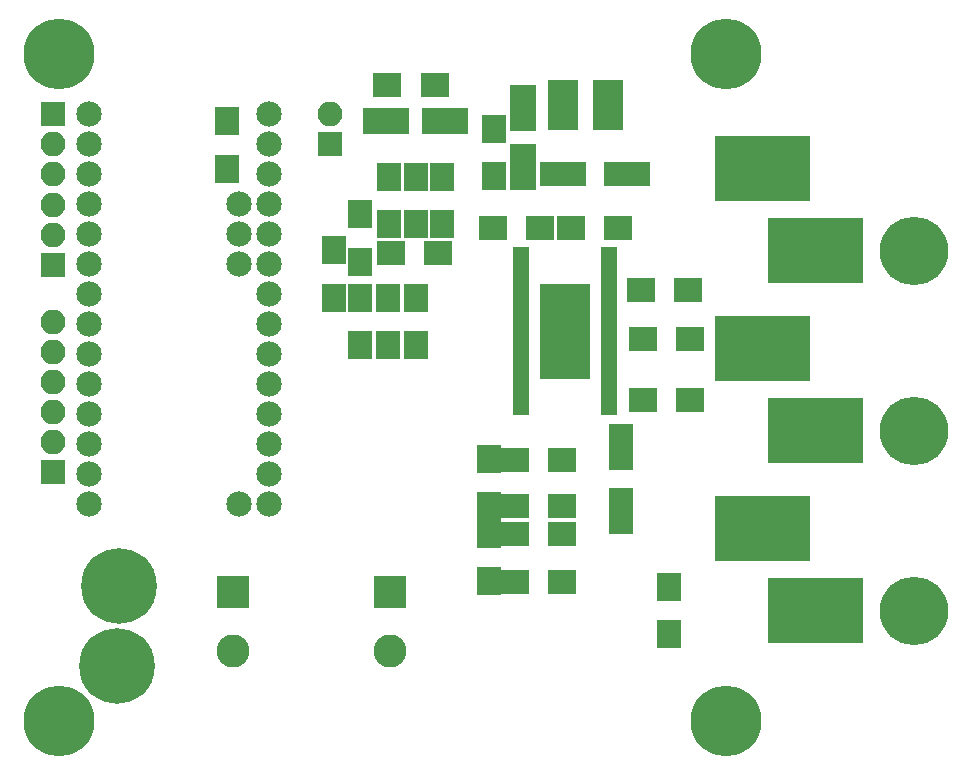
<source format=gbr>
G04 #@! TF.FileFunction,Soldermask,Top*
%FSLAX46Y46*%
G04 Gerber Fmt 4.6, Leading zero omitted, Abs format (unit mm)*
G04 Created by KiCad (PCBNEW 4.0.4-stable) date 08/21/17 00:53:09*
%MOMM*%
%LPD*%
G01*
G04 APERTURE LIST*
%ADD10C,0.100000*%
%ADD11R,1.670000X1.670000*%
%ADD12R,2.400000X2.000000*%
%ADD13R,2.200000X3.900000*%
%ADD14R,2.000000X2.400000*%
%ADD15R,3.900000X2.000000*%
%ADD16R,3.900000X2.200000*%
%ADD17R,2.100000X2.100000*%
%ADD18O,2.100000X2.100000*%
%ADD19C,6.399480*%
%ADD20R,2.600000X4.300000*%
%ADD21R,2.100000X2.400000*%
%ADD22R,2.400000X2.100000*%
%ADD23C,2.150000*%
%ADD24R,1.400000X0.685000*%
%ADD25R,2.800000X2.800000*%
%ADD26C,2.800000*%
%ADD27R,2.000000X3.900000*%
%ADD28C,6.000000*%
%ADD29C,5.800000*%
%ADD30C,1.000000*%
G04 APERTURE END LIST*
D10*
D11*
X59880500Y33210500D03*
X59880500Y34480500D03*
X59880500Y35750500D03*
X59880500Y37020500D03*
X61150500Y33210500D03*
X61150500Y34480500D03*
X62420500Y34480500D03*
X62420500Y33210500D03*
X63690500Y33210500D03*
X63690500Y34480500D03*
X64960500Y34480500D03*
X64960500Y33210500D03*
X66230500Y33210500D03*
X66230500Y34480500D03*
X63690500Y35750500D03*
X62420500Y35750500D03*
X61150500Y35750500D03*
X61150500Y37020500D03*
X62420500Y37020500D03*
X63690500Y37020500D03*
X64960500Y37020500D03*
X64960500Y35750500D03*
X66230500Y35750500D03*
X66230500Y37020500D03*
X70675500Y45275500D03*
X70675500Y44005500D03*
X70675500Y42735500D03*
X70675500Y41465500D03*
X69405500Y45275500D03*
X69405500Y44005500D03*
X68135500Y44005500D03*
X68135500Y45275500D03*
X66865500Y45275500D03*
X66865500Y44005500D03*
X65595500Y44005500D03*
X65595500Y45275500D03*
X64325500Y45275500D03*
X64325500Y44005500D03*
X66865500Y42735500D03*
X68135500Y42735500D03*
X69405500Y42735500D03*
X69405500Y41465500D03*
X68135500Y41465500D03*
X66865500Y41465500D03*
X65595500Y41465500D03*
X65595500Y42735500D03*
X64325500Y42735500D03*
X64325500Y41465500D03*
D12*
X56737000Y40068500D03*
X52737000Y40068500D03*
D13*
X42735500Y55459000D03*
X42735500Y50459000D03*
D11*
X70675500Y30035500D03*
X70675500Y28765500D03*
X70675500Y27495500D03*
X70675500Y26225500D03*
X69405500Y30035500D03*
X69405500Y28765500D03*
X68135500Y28765500D03*
X68135500Y30035500D03*
X66865500Y30035500D03*
X66865500Y28765500D03*
X65595500Y28765500D03*
X65595500Y30035500D03*
X64325500Y30035500D03*
X64325500Y28765500D03*
X66865500Y27495500D03*
X68135500Y27495500D03*
X69405500Y27495500D03*
X69405500Y26225500D03*
X68135500Y26225500D03*
X66865500Y26225500D03*
X65595500Y26225500D03*
X65595500Y27495500D03*
X64325500Y27495500D03*
X64325500Y26225500D03*
D14*
X17653000Y54324000D03*
X17653000Y50324000D03*
X31432500Y45625000D03*
X31432500Y49625000D03*
X33655000Y45625000D03*
X33655000Y49625000D03*
X40259000Y49689000D03*
X40259000Y53689000D03*
D12*
X46831500Y45275500D03*
X50831500Y45275500D03*
X56927500Y35877500D03*
X52927500Y35877500D03*
X56927500Y30734000D03*
X52927500Y30734000D03*
D14*
X39878000Y19399000D03*
X39878000Y15399000D03*
X39878000Y25749000D03*
X39878000Y21749000D03*
D15*
X51531500Y49911000D03*
X46131500Y49911000D03*
D16*
X31155000Y54356000D03*
X36155000Y54356000D03*
D17*
X2921000Y24638000D03*
D18*
X2921000Y27178000D03*
X2921000Y29718000D03*
X2921000Y32258000D03*
X2921000Y34798000D03*
X2921000Y37338000D03*
D19*
X8382000Y8255000D03*
X8509000Y14986000D03*
D17*
X26416000Y52451000D03*
D18*
X26416000Y54991000D03*
D17*
X2921000Y54991000D03*
D18*
X2921000Y52451000D03*
X2921000Y49911000D03*
D20*
X49969500Y55753000D03*
X46169500Y55753000D03*
D17*
X2921000Y42164000D03*
D18*
X2921000Y44704000D03*
X2921000Y47244000D03*
D11*
X59880500Y48450500D03*
X59880500Y49720500D03*
X59880500Y50990500D03*
X59880500Y52260500D03*
X61150500Y48450500D03*
X61150500Y49720500D03*
X62420500Y49720500D03*
X62420500Y48450500D03*
X63690500Y48450500D03*
X63690500Y49720500D03*
X64960500Y49720500D03*
X64960500Y48450500D03*
X66230500Y48450500D03*
X66230500Y49720500D03*
X63690500Y50990500D03*
X62420500Y50990500D03*
X61150500Y50990500D03*
X61150500Y52260500D03*
X62420500Y52260500D03*
X63690500Y52260500D03*
X64960500Y52260500D03*
X64960500Y50990500D03*
X66230500Y50990500D03*
X66230500Y52260500D03*
X59880500Y17970500D03*
X59880500Y19240500D03*
X59880500Y20510500D03*
X59880500Y21780500D03*
X61150500Y17970500D03*
X61150500Y19240500D03*
X62420500Y19240500D03*
X62420500Y17970500D03*
X63690500Y17970500D03*
X63690500Y19240500D03*
X64960500Y19240500D03*
X64960500Y17970500D03*
X66230500Y17970500D03*
X66230500Y19240500D03*
X63690500Y20510500D03*
X62420500Y20510500D03*
X61150500Y20510500D03*
X61150500Y21780500D03*
X62420500Y21780500D03*
X63690500Y21780500D03*
X64960500Y21780500D03*
X64960500Y20510500D03*
X66230500Y20510500D03*
X66230500Y21780500D03*
X70675500Y14795500D03*
X70675500Y13525500D03*
X70675500Y12255500D03*
X70675500Y10985500D03*
X69405500Y14795500D03*
X69405500Y13525500D03*
X68135500Y13525500D03*
X68135500Y14795500D03*
X66865500Y14795500D03*
X66865500Y13525500D03*
X65595500Y13525500D03*
X65595500Y14795500D03*
X64325500Y14795500D03*
X64325500Y13525500D03*
X66865500Y12255500D03*
X68135500Y12255500D03*
X69405500Y12255500D03*
X69405500Y10985500D03*
X68135500Y10985500D03*
X66865500Y10985500D03*
X65595500Y10985500D03*
X65595500Y12255500D03*
X64325500Y12255500D03*
X64325500Y10985500D03*
D21*
X28956000Y42450000D03*
X28956000Y46450000D03*
X28956000Y35401500D03*
X28956000Y39401500D03*
X26733500Y39402000D03*
X26733500Y43402000D03*
X31305500Y35401500D03*
X31305500Y39401500D03*
X33655000Y35401500D03*
X33655000Y39401500D03*
D22*
X31591500Y43180000D03*
X35591500Y43180000D03*
D21*
X35877500Y45625000D03*
X35877500Y49625000D03*
D22*
X40227500Y45275500D03*
X44227500Y45275500D03*
X46069000Y15367000D03*
X42069000Y15367000D03*
X46069000Y19367500D03*
X42069000Y19367500D03*
X46069000Y21780500D03*
X42069000Y21780500D03*
X46069000Y25654000D03*
X42069000Y25654000D03*
X31274000Y57404000D03*
X35274000Y57404000D03*
D21*
X55118000Y10890500D03*
X55118000Y14890500D03*
D23*
X18669000Y42291000D03*
X18669000Y44831000D03*
X18669000Y47371000D03*
X18669000Y21971000D03*
X5969000Y52451000D03*
X5969000Y49911000D03*
X5969000Y47371000D03*
X5969000Y44831000D03*
X5969000Y42291000D03*
X5969000Y39751000D03*
X5969000Y37211000D03*
X5969000Y34671000D03*
X5969000Y32131000D03*
X5969000Y29591000D03*
X5969000Y27051000D03*
X5969000Y24511000D03*
X5969000Y21971000D03*
X21209000Y21971000D03*
X21209000Y24511000D03*
X21209000Y27051000D03*
X21209000Y29591000D03*
X21209000Y32131000D03*
X21209000Y34671000D03*
X21209000Y37211000D03*
X21209000Y39751000D03*
X21209000Y42291000D03*
X21209000Y44831000D03*
X21209000Y47371000D03*
X21209000Y49911000D03*
X21209000Y52451000D03*
X21209000Y54991000D03*
X5969000Y54991000D03*
D11*
X47561500Y33401000D03*
X47561500Y34671000D03*
X46291500Y34671000D03*
X46291500Y33401000D03*
X45021500Y33401000D03*
X45021500Y34671000D03*
X45021500Y39751000D03*
X45021500Y38481000D03*
X46291500Y38481000D03*
X46291500Y39751000D03*
X47561500Y39751000D03*
X47561500Y38481000D03*
X47561500Y35941000D03*
X47561500Y37211000D03*
X45021500Y37211000D03*
X45021500Y35941000D03*
X46291500Y35941000D03*
D24*
X42541500Y43326000D03*
X42541500Y42826000D03*
X42541500Y42326000D03*
X42541500Y41826000D03*
X42541500Y41326000D03*
X42541500Y40826000D03*
X42541500Y40326000D03*
X42541500Y39826000D03*
X42541500Y39326000D03*
X42541500Y38826000D03*
X42541500Y38326000D03*
X42541500Y37826000D03*
X42541500Y37326000D03*
X42541500Y36826000D03*
X42541500Y36326000D03*
X42541500Y35826000D03*
X42541500Y35326000D03*
X42541500Y34826000D03*
X42541500Y34326000D03*
X42541500Y33826000D03*
X42541500Y33326000D03*
X42541500Y32826000D03*
X42541500Y32326000D03*
X42541500Y31826000D03*
X42541500Y31326000D03*
X42541500Y30826000D03*
X42541500Y30326000D03*
X42541500Y29826000D03*
X50041500Y29826000D03*
X50041500Y30326000D03*
X50041500Y30826000D03*
X50041500Y31326000D03*
X50041500Y31826000D03*
X50041500Y32326000D03*
X50041500Y32826000D03*
X50041500Y33326000D03*
X50041500Y33826000D03*
X50041500Y34326000D03*
X50041500Y34826000D03*
X50041500Y35326000D03*
X50041500Y35826000D03*
X50041500Y36326000D03*
X50041500Y36826000D03*
X50041500Y37326000D03*
X50041500Y37826000D03*
X50041500Y38326000D03*
X50041500Y38826000D03*
X50041500Y39326000D03*
X50041500Y39826000D03*
X50041500Y40326000D03*
X50041500Y40826000D03*
X50041500Y41326000D03*
X50041500Y41826000D03*
X50041500Y42326000D03*
X50041500Y42826000D03*
X50041500Y43326000D03*
D11*
X46291500Y37211000D03*
D25*
X18161000Y14478000D03*
D26*
X18161000Y9478000D03*
D25*
X31496000Y14478000D03*
D26*
X31496000Y9478000D03*
D27*
X51079400Y26728400D03*
X51079400Y21328400D03*
D28*
X59944000Y60071000D03*
X3429000Y60071000D03*
X59944000Y3556000D03*
X3429000Y3556000D03*
D29*
X75819000Y43370500D03*
D30*
X77844000Y43370500D03*
X77250891Y41938609D03*
X75819000Y41345500D03*
X74387109Y41938609D03*
X73794000Y43370500D03*
X74387109Y44802391D03*
X75819000Y45395500D03*
X77250891Y44802391D03*
D29*
X75819000Y28130500D03*
D30*
X77844000Y28130500D03*
X77250891Y26698609D03*
X75819000Y26105500D03*
X74387109Y26698609D03*
X73794000Y28130500D03*
X74387109Y29562391D03*
X75819000Y30155500D03*
X77250891Y29562391D03*
D29*
X75819000Y12890500D03*
D30*
X77844000Y12890500D03*
X77250891Y11458609D03*
X75819000Y10865500D03*
X74387109Y11458609D03*
X73794000Y12890500D03*
X74387109Y14322391D03*
X75819000Y14915500D03*
X77250891Y14322391D03*
M02*

</source>
